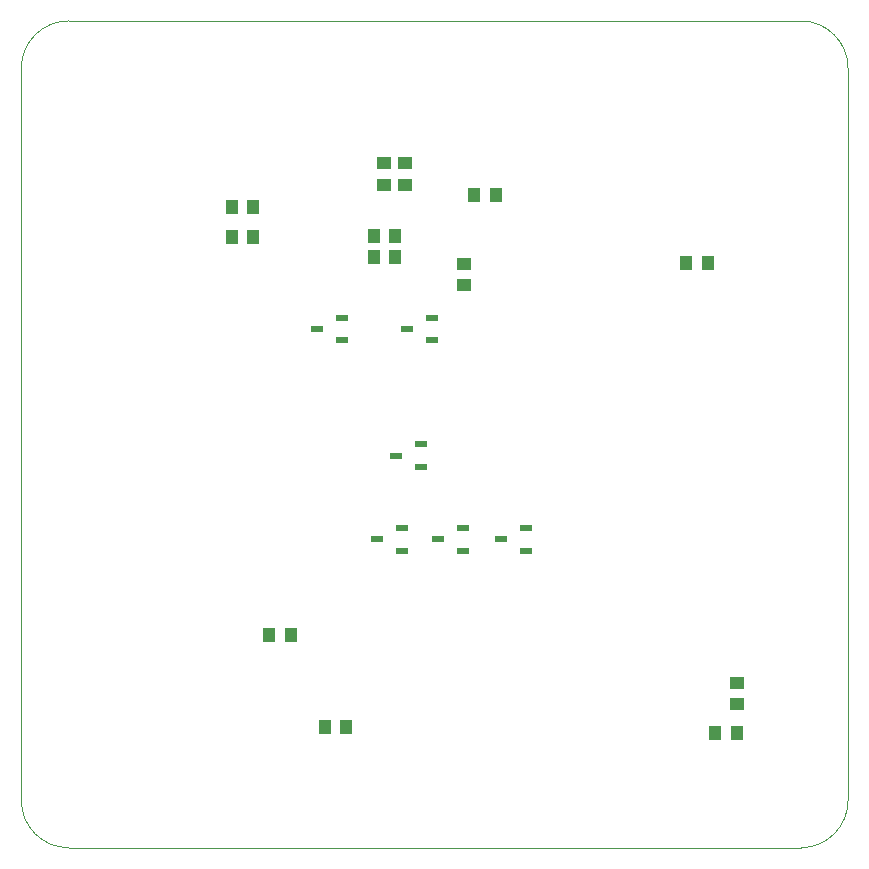
<source format=gbp>
%FSLAX46Y46*%
G04 Gerber Fmt 4.6, Leading zero omitted, Abs format (unit mm)*
G04 Created by KiCad (PCBNEW (2014-08-24 BZR 5094)-product) date Mon 25 Aug 2014 20:36:51 CEST*
%MOMM*%
G01*
G04 APERTURE LIST*
%ADD10C,0.170000*%
%ADD11C,0.100000*%
%ADD12R,1.100000X1.300000*%
%ADD13R,1.300000X1.100000*%
%ADD14R,1.000760X0.599440*%
G04 APERTURE END LIST*
D10*
D11*
X120000000Y-54000000D02*
G75*
G03X116000000Y-50000000I-4000000J0D01*
G74*
G01*
X116000000Y-120000000D02*
G75*
G03X120000000Y-116000000I0J4000000D01*
G74*
G01*
X50000000Y-116000000D02*
G75*
G03X54000000Y-120000000I4000000J0D01*
G74*
G01*
X54000000Y-50000000D02*
G75*
G03X50000000Y-54000000I0J-4000000D01*
G74*
G01*
X116000000Y-50000000D02*
X54000000Y-50000000D01*
X120000000Y-116000000D02*
X120000000Y-54000000D01*
X54000000Y-120000000D02*
X116000000Y-120000000D01*
X50000000Y-54000000D02*
X50000000Y-116000000D01*
D12*
X81650000Y-69950000D03*
X79850000Y-69950000D03*
X81650000Y-68200000D03*
X79850000Y-68200000D03*
X88350000Y-64700000D03*
X90150000Y-64700000D03*
X75700000Y-109800000D03*
X77500000Y-109800000D03*
D13*
X87500000Y-70600000D03*
X87500000Y-72400000D03*
X82500000Y-63850000D03*
X82500000Y-62050000D03*
D12*
X108775000Y-110275000D03*
X110575000Y-110275000D03*
D13*
X110575000Y-106075000D03*
X110575000Y-107875000D03*
X80750000Y-63850000D03*
X80750000Y-62050000D03*
D12*
X72800000Y-102000000D03*
X71000000Y-102000000D03*
D14*
X77156640Y-75147500D03*
X75043360Y-76100000D03*
X77156640Y-77052500D03*
X82256640Y-92947500D03*
X80143360Y-93900000D03*
X82256640Y-94852500D03*
X83856640Y-85847500D03*
X81743360Y-86800000D03*
X83856640Y-87752500D03*
X84756640Y-75147500D03*
X82643360Y-76100000D03*
X84756640Y-77052500D03*
X87356640Y-92947500D03*
X85243360Y-93900000D03*
X87356640Y-94852500D03*
X92756640Y-92947500D03*
X90643360Y-93900000D03*
X92756640Y-94852500D03*
D12*
X108110000Y-70500000D03*
X106310000Y-70500000D03*
X67850000Y-65770000D03*
X69650000Y-65770000D03*
X67850000Y-68310000D03*
X69650000Y-68310000D03*
M02*

</source>
